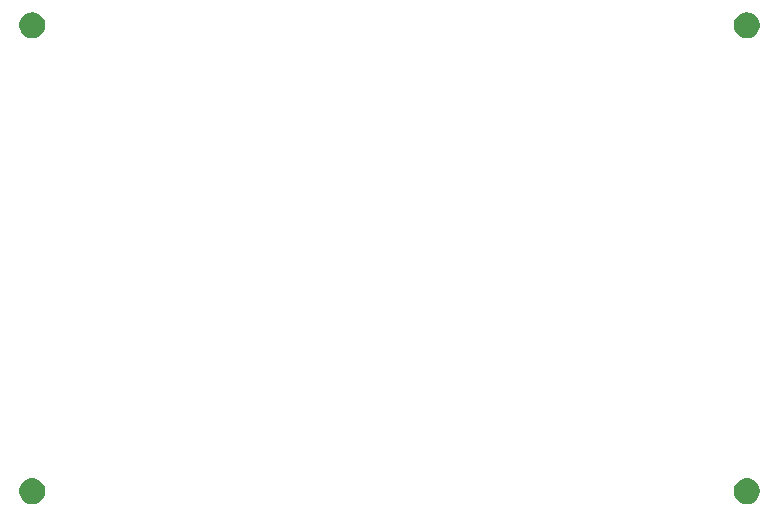
<source format=gts>
G04 #@! TF.GenerationSoftware,KiCad,Pcbnew,(5.1.4-0-10_14)*
G04 #@! TF.CreationDate,2020-03-30T03:02:05+09:00*
G04 #@! TF.ProjectId,palette1202-front,70616c65-7474-4653-9132-30322d66726f,rev?*
G04 #@! TF.SameCoordinates,Original*
G04 #@! TF.FileFunction,Soldermask,Top*
G04 #@! TF.FilePolarity,Negative*
%FSLAX46Y46*%
G04 Gerber Fmt 4.6, Leading zero omitted, Abs format (unit mm)*
G04 Created by KiCad (PCBNEW (5.1.4-0-10_14)) date 2020-03-30 03:02:05*
%MOMM*%
%LPD*%
G04 APERTURE LIST*
%ADD10C,0.100000*%
G04 APERTURE END LIST*
D10*
G36*
X163806795Y-109349956D02*
G01*
X163913150Y-109371111D01*
X164013334Y-109412609D01*
X164113520Y-109454107D01*
X164293844Y-109574595D01*
X164447205Y-109727956D01*
X164567693Y-109908280D01*
X164650689Y-110108651D01*
X164693000Y-110321360D01*
X164693000Y-110538240D01*
X164650689Y-110750949D01*
X164567693Y-110951320D01*
X164447205Y-111131644D01*
X164293844Y-111285005D01*
X164113520Y-111405493D01*
X163913150Y-111488489D01*
X163806794Y-111509645D01*
X163700440Y-111530800D01*
X163483560Y-111530800D01*
X163377206Y-111509645D01*
X163270850Y-111488489D01*
X163070480Y-111405493D01*
X162890156Y-111285005D01*
X162736795Y-111131644D01*
X162616307Y-110951320D01*
X162533311Y-110750949D01*
X162491000Y-110538240D01*
X162491000Y-110321360D01*
X162533311Y-110108651D01*
X162616307Y-109908280D01*
X162736795Y-109727956D01*
X162890156Y-109574595D01*
X163070480Y-109454107D01*
X163170666Y-109412609D01*
X163270850Y-109371111D01*
X163377205Y-109349956D01*
X163483560Y-109328800D01*
X163700440Y-109328800D01*
X163806795Y-109349956D01*
X163806795Y-109349956D01*
G37*
G36*
X103287995Y-109349956D02*
G01*
X103394350Y-109371111D01*
X103494534Y-109412609D01*
X103594720Y-109454107D01*
X103775044Y-109574595D01*
X103928405Y-109727956D01*
X104048893Y-109908280D01*
X104131889Y-110108651D01*
X104174200Y-110321360D01*
X104174200Y-110538240D01*
X104131889Y-110750949D01*
X104048893Y-110951320D01*
X103928405Y-111131644D01*
X103775044Y-111285005D01*
X103594720Y-111405493D01*
X103394350Y-111488489D01*
X103287994Y-111509645D01*
X103181640Y-111530800D01*
X102964760Y-111530800D01*
X102858406Y-111509645D01*
X102752050Y-111488489D01*
X102551680Y-111405493D01*
X102371356Y-111285005D01*
X102217995Y-111131644D01*
X102097507Y-110951320D01*
X102014511Y-110750949D01*
X101972200Y-110538240D01*
X101972200Y-110321360D01*
X102014511Y-110108651D01*
X102097507Y-109908280D01*
X102217995Y-109727956D01*
X102371356Y-109574595D01*
X102551680Y-109454107D01*
X102651866Y-109412609D01*
X102752050Y-109371111D01*
X102858405Y-109349956D01*
X102964760Y-109328800D01*
X103181640Y-109328800D01*
X103287995Y-109349956D01*
X103287995Y-109349956D01*
G37*
G36*
X163806795Y-69913156D02*
G01*
X163913150Y-69934311D01*
X164013334Y-69975809D01*
X164113520Y-70017307D01*
X164293844Y-70137795D01*
X164447205Y-70291156D01*
X164567693Y-70471480D01*
X164650689Y-70671851D01*
X164693000Y-70884560D01*
X164693000Y-71101440D01*
X164650689Y-71314149D01*
X164567693Y-71514520D01*
X164447205Y-71694844D01*
X164293844Y-71848205D01*
X164113520Y-71968693D01*
X163913150Y-72051689D01*
X163806794Y-72072845D01*
X163700440Y-72094000D01*
X163483560Y-72094000D01*
X163377206Y-72072845D01*
X163270850Y-72051689D01*
X163070480Y-71968693D01*
X162890156Y-71848205D01*
X162736795Y-71694844D01*
X162616307Y-71514520D01*
X162533311Y-71314149D01*
X162491000Y-71101440D01*
X162491000Y-70884560D01*
X162533311Y-70671851D01*
X162616307Y-70471480D01*
X162736795Y-70291156D01*
X162890156Y-70137795D01*
X163070480Y-70017307D01*
X163170666Y-69975809D01*
X163270850Y-69934311D01*
X163377205Y-69913156D01*
X163483560Y-69892000D01*
X163700440Y-69892000D01*
X163806795Y-69913156D01*
X163806795Y-69913156D01*
G37*
G36*
X103287995Y-69913156D02*
G01*
X103394350Y-69934311D01*
X103494534Y-69975809D01*
X103594720Y-70017307D01*
X103775044Y-70137795D01*
X103928405Y-70291156D01*
X104048893Y-70471480D01*
X104131889Y-70671851D01*
X104174200Y-70884560D01*
X104174200Y-71101440D01*
X104131889Y-71314149D01*
X104048893Y-71514520D01*
X103928405Y-71694844D01*
X103775044Y-71848205D01*
X103594720Y-71968693D01*
X103394350Y-72051689D01*
X103287994Y-72072845D01*
X103181640Y-72094000D01*
X102964760Y-72094000D01*
X102858406Y-72072845D01*
X102752050Y-72051689D01*
X102551680Y-71968693D01*
X102371356Y-71848205D01*
X102217995Y-71694844D01*
X102097507Y-71514520D01*
X102014511Y-71314149D01*
X101972200Y-71101440D01*
X101972200Y-70884560D01*
X102014511Y-70671851D01*
X102097507Y-70471480D01*
X102217995Y-70291156D01*
X102371356Y-70137795D01*
X102551680Y-70017307D01*
X102651866Y-69975809D01*
X102752050Y-69934311D01*
X102858405Y-69913156D01*
X102964760Y-69892000D01*
X103181640Y-69892000D01*
X103287995Y-69913156D01*
X103287995Y-69913156D01*
G37*
M02*

</source>
